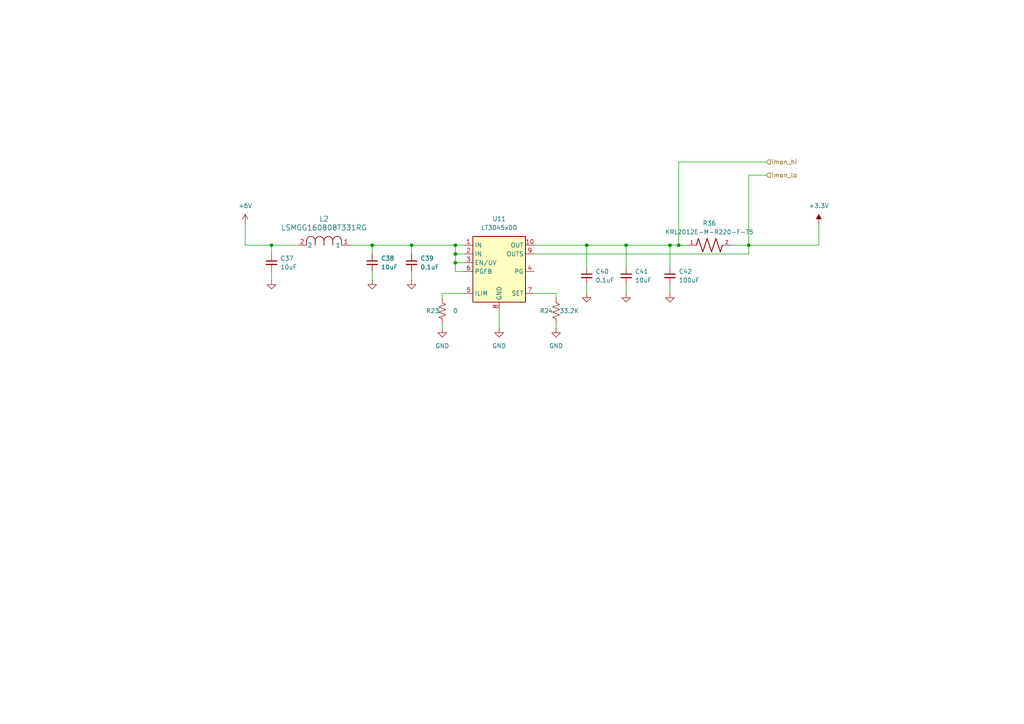
<source format=kicad_sch>
(kicad_sch (version 20250114) (generator "eeschema") (generator_version "9.0")
  (paper "A4")
  (lib_symbols
    (symbol "Device:C_Small" (pin_numbers (hide yes)) (pin_names (offset 0.254) (hide yes))
      (property "Reference" "C" (at 0.254 1.778 0))
      (property "Value" "C_Small" (at 0.254 -2.032 0))
      (symbol "C_Small_0_1"
        (polyline (pts (xy -1.524 0.508) (xy 1.524 0.508)) (stroke (width 0.3048)))
        (polyline (pts (xy -1.524 -0.508) (xy 1.524 -0.508)) (stroke (width 0.3302)))
      )
      (symbol "C_Small_1_1"
        (pin passive line (at 0 2.54 270) (length 2.032) (name "~") (number "1"))
        (pin passive line (at 0 -2.54 90) (length 2.032) (name "~") (number "2"))
      )
    )
    (symbol "Device:R_US" (pin_numbers (hide yes)) (pin_names (offset 0))
      (property "Reference" "R" (at 2.54 0 90))
      (property "Value" "R_US" (at -2.54 0 90))
      (symbol "R_US_0_1"
        (polyline (pts (xy 0 2.286) (xy 0 2.54)))
        (polyline (pts (xy 0 2.286) (xy 1.016 1.905) (xy 0 1.524) (xy -1.016 1.143) (xy 0 0.762)))
        (polyline (pts (xy 0 0.762) (xy 1.016 0.381) (xy 0 0) (xy -1.016 -0.381) (xy 0 -0.762)))
        (polyline (pts (xy 0 -0.762) (xy 1.016 -1.143) (xy 0 -1.524) (xy -1.016 -1.905) (xy 0 -2.286)))
        (polyline (pts (xy 0 -2.286) (xy 0 -2.54)))
      )
      (symbol "R_US_1_1"
        (pin passive line (at 0 3.81 270) (length 1.27) (name "~") (number "1"))
        (pin passive line (at 0 -3.81 90) (length 1.27) (name "~") (number "2"))
      )
    )
    (symbol "power:+6V" (power) (pin_numbers (hide yes)) (pin_names (offset 0) (hide yes))
      (property "Value" "+6V" (at 0 3.556 0))
      (symbol "+6V_0_1"
        (polyline (pts (xy -0.762 1.27) (xy 0 2.54)))
        (polyline (pts (xy 0 2.54) (xy 0.762 1.27)))
        (polyline (pts (xy 0 0) (xy 0 2.54)))
      )
      (symbol "+6V_1_1"
        (pin power_in line (at 0 0 90) (length 0) (name "~") (number "1"))
      )
    )
    (symbol "power:GND" (power) (pin_numbers (hide yes)) (pin_names (offset 0) (hide yes))
      (property "Value" "GND" (at 0 -3.81 0))
      (symbol "GND_0_1"
        (polyline (pts (xy 0 0) (xy 0 -1.27) (xy 1.27 -1.27) (xy 0 -2.54) (xy -1.27 -1.27) (xy 0 -1.27)))
      )
      (symbol "GND_1_1"
        (pin power_in line (at 0 0 270) (length 0) (name "~") (number "1"))
      )
    )
    (symbol "psc:+3.3V" (power) (pin_numbers (hide yes)) (pin_names (offset 0) (hide yes))
      (property "Value" "+3.3V" (at 0 3.556 0))
      (symbol "+3.3V_0_0"
        (pin power_in line (at 0 0 90) (length 0) (name "~") (number "1"))
      )
      (symbol "+3.3V_0_1"
        (polyline (pts (xy 0 0) (xy 0 1.27) (xy 0.762 1.27) (xy 0 2.54) (xy -0.762 1.27) (xy 0 1.27)) (fill (type outline)))
      )
    )
    (symbol "psc:KRL2012E-M-R220-F-T5" (pin_names (offset 1.016))
      (property "Reference" "R" (at -7.6244 2.5415 0))
      (property "Value" "KRL2012E-M-R220-F-T5" (at -10.414 -4.826 0))
      (symbol "KRL2012E-M-R220-F-T5_0_0"
        (polyline (pts (xy -5.08 0) (xy -4.445 1.905)) (stroke (width 0.254)))
        (polyline (pts (xy -4.445 1.905) (xy -3.175 -1.905)) (stroke (width 0.254)))
        (polyline (pts (xy -3.175 -1.905) (xy -1.905 1.905)) (stroke (width 0.254)))
        (polyline (pts (xy -1.905 1.905) (xy -0.635 -1.905)) (stroke (width 0.254)))
        (polyline (pts (xy -0.635 -1.905) (xy 0.635 1.905)) (stroke (width 0.254)))
        (polyline (pts (xy 0.635 1.905) (xy 1.905 -1.905)) (stroke (width 0.254)))
        (polyline (pts (xy 1.905 -1.905) (xy 2.54 0)) (stroke (width 0.254)))
      )
      (symbol "KRL2012E-M-R220-F-T5_1_0"
        (pin passive line (at -7.62 0 0) (length 2.54) (name "~") (number "1"))
        (pin passive line (at 5.08 0 180) (length 2.54) (name "~") (number "2"))
      )
    )
    (symbol "psc:LSMGG160808T331RG" (pin_names (offset 0.254))
      (property "Reference" "L" (at 6.985 5.08 0))
      (property "Value" "LSMGG160808T331RG" (at 6.985 -2.54 0))
      (symbol "LSMGG160808T331RG_1_1"
        (polyline (pts (xy 2.54 0) (xy 2.54 1.27)) (stroke (width 0.2032)))
        (arc (start 2.54 1.27) (mid 3.81 2.5344) (end 5.08 1.27) (stroke (width 0.2032)))
        (polyline (pts (xy 5.08 0) (xy 5.08 1.27)) (stroke (width 0.2032)))
        (arc (start 5.08 1.27) (mid 6.35 2.5344) (end 7.62 1.27) (stroke (width 0.2032)))
        (polyline (pts (xy 7.62 0) (xy 7.62 1.27)) (stroke (width 0.2032)))
        (arc (start 7.62 1.27) (mid 8.89 2.5344) (end 10.16 1.27) (stroke (width 0.2032)))
        (polyline (pts (xy 10.16 0) (xy 10.16 1.27)) (stroke (width 0.2032)))
        (arc (start 10.16 1.27) (mid 11.43 2.5344) (end 12.7 1.27) (stroke (width 0.2032)))
        (polyline (pts (xy 12.7 0) (xy 12.7 1.27)) (stroke (width 0.2032)))
        (pin unspecified line (at 0 0 0) (length 2.54) (name "2") (number "2"))
        (pin unspecified line (at 15.24 0 180) (length 2.54) (name "1") (number "1"))
      )
      (symbol "LSMGG160808T331RG_1_2"
        (arc (start -1.27 10.16) (mid -2.5344 11.43) (end -1.27 12.7) (stroke (width 0.2032)))
        (arc (start -1.27 7.62) (mid -2.5344 8.89) (end -1.27 10.16) (stroke (width 0.2032)))
        (arc (start -1.27 5.08) (mid -2.5344 6.35) (end -1.27 7.62) (stroke (width 0.2032)))
        (arc (start -1.27 2.54) (mid -2.5344 3.81) (end -1.27 5.08) (stroke (width 0.2032)))
        (polyline (pts (xy 0 12.7) (xy -1.27 12.7)) (stroke (width 0.2032)))
        (polyline (pts (xy 0 10.16) (xy -1.27 10.16)) (stroke (width 0.2032)))
        (polyline (pts (xy 0 7.62) (xy -1.27 7.62)) (stroke (width 0.2032)))
        (polyline (pts (xy 0 5.08) (xy -1.27 5.08)) (stroke (width 0.2032)))
        (polyline (pts (xy 0 2.54) (xy -1.27 2.54)) (stroke (width 0.2032)))
        (pin unspecified line (at 0 15.24 270) (length 2.54) (name "1") (number "1"))
        (pin unspecified line (at 0 0 90) (length 2.54) (name "2") (number "2"))
      )
    )
    (symbol "psc:LT3045xDD"
      (property "Reference" "U" (at -6.35 6.35 0))
      (property "Value" "LT3045xDD" (at 1.27 6.35 0))
      (symbol "LT3045xDD_0_1"
        (rectangle (start -7.62 5.08) (end 7.62 -13.97) (stroke (width 0.254)) (fill (type background)))
      )
      (symbol "LT3045xDD_1_1"
        (pin power_in line (at -10.16 2.54 0) (length 2.54) (name "IN") (number "1"))
        (pin passive line (at -10.16 2.54 0) (length 2.54) (hide yes) (name "IN") (number "2"))
        (pin power_in line (at -10.16 0 0) (length 2.54) (name "IN") (number "2"))
        (pin input line (at -10.16 -2.54 0) (length 2.54) (name "EN/UV") (number "3"))
        (pin input line (at -10.16 -5.08 0) (length 2.54) (name "PGFB") (number "6"))
        (pin passive line (at -10.16 -11.43 0) (length 2.54) (name "ILIM") (number "5"))
        (pin passive line (at 0 -16.51 90) (length 2.54) (hide yes) (name "GND") (number "11"))
        (pin power_in line (at 0 -16.51 90) (length 2.54) (name "GND") (number "8"))
        (pin power_out line (at 10.16 2.54 180) (length 2.54) (name "OUT") (number "10"))
        (pin input line (at 10.16 0 180) (length 2.54) (name "OUTS") (number "9"))
        (pin open_collector line (at 10.16 -5.08 180) (length 2.54) (name "PG") (number "4"))
        (pin passive line (at 10.16 -11.43 180) (length 2.54) (name "SET") (number "7"))
      )
    )
  )
  (junction (at 196.85 71.12))
  (junction (at 194.31 71.12))
  (junction (at 170.18 71.12))
  (junction (at 181.61 71.12))
  (junction (at 217.17 71.12))
  (junction (at 132.08 76.2))
  (junction (at 119.38 71.12))
  (junction (at 132.08 73.66))
  (junction (at 107.95 71.12))
  (junction (at 78.74 71.12))
  (junction (at 132.08 71.12))
  (wire (pts (xy 181.61 71.12) (xy 194.31 71.12)))
  (wire (pts (xy 119.38 71.12) (xy 132.08 71.12)))
  (wire (pts (xy 196.85 71.12) (xy 199.39 71.12)))
  (wire (pts (xy 132.08 78.74) (xy 132.08 76.2)))
  (wire (pts (xy 154.94 85.09) (xy 161.29 85.09)))
  (wire (pts (xy 194.31 85.09) (xy 194.31 82.55)))
  (wire (pts (xy 71.12 64.77) (xy 71.12 71.12)))
  (wire (pts (xy 154.94 73.66) (xy 217.17 73.66)))
  (wire (pts (xy 128.27 95.25) (xy 128.27 93.98)))
  (wire (pts (xy 101.6 71.12) (xy 107.95 71.12)))
  (wire (pts (xy 194.31 71.12) (xy 196.85 71.12)))
  (wire (pts (xy 71.12 71.12) (xy 78.74 71.12)))
  (wire (pts (xy 134.62 76.2) (xy 132.08 76.2)))
  (wire (pts (xy 222.25 46.99) (xy 196.85 46.99)))
  (wire (pts (xy 217.17 50.8) (xy 217.17 71.12)))
  (wire (pts (xy 170.18 71.12) (xy 170.18 77.47)))
  (wire (pts (xy 119.38 81.28) (xy 119.38 78.74)))
  (wire (pts (xy 78.74 81.28) (xy 78.74 78.74)))
  (wire (pts (xy 107.95 81.28) (xy 107.95 78.74)))
  (wire (pts (xy 132.08 71.12) (xy 134.62 71.12)))
  (wire (pts (xy 128.27 85.09) (xy 128.27 86.36)))
  (wire (pts (xy 107.95 71.12) (xy 119.38 71.12)))
  (wire (pts (xy 181.61 71.12) (xy 181.61 77.47)))
  (wire (pts (xy 196.85 46.99) (xy 196.85 71.12)))
  (wire (pts (xy 194.31 71.12) (xy 194.31 77.47)))
  (wire (pts (xy 161.29 95.25) (xy 161.29 93.98)))
  (wire (pts (xy 217.17 71.12) (xy 237.49 71.12)))
  (wire (pts (xy 181.61 85.09) (xy 181.61 82.55)))
  (wire (pts (xy 222.25 50.8) (xy 217.17 50.8)))
  (wire (pts (xy 107.95 71.12) (xy 107.95 73.66)))
  (wire (pts (xy 217.17 71.12) (xy 212.09 71.12)))
  (wire (pts (xy 144.78 90.17) (xy 144.78 95.25)))
  (wire (pts (xy 161.29 86.36) (xy 161.29 85.09)))
  (wire (pts (xy 134.62 73.66) (xy 132.08 73.66)))
  (wire (pts (xy 119.38 73.66) (xy 119.38 71.12)))
  (wire (pts (xy 237.49 64.77) (xy 237.49 71.12)))
  (wire (pts (xy 78.74 71.12) (xy 78.74 73.66)))
  (wire (pts (xy 154.94 71.12) (xy 170.18 71.12)))
  (wire (pts (xy 132.08 76.2) (xy 132.08 73.66)))
  (wire (pts (xy 132.08 73.66) (xy 132.08 71.12)))
  (wire (pts (xy 134.62 78.74) (xy 132.08 78.74)))
  (wire (pts (xy 170.18 71.12) (xy 181.61 71.12)))
  (wire (pts (xy 78.74 71.12) (xy 86.36 71.12)))
  (wire (pts (xy 134.62 85.09) (xy 128.27 85.09)))
  (wire (pts (xy 170.18 85.09) (xy 170.18 82.55)))
  (wire (pts (xy 217.17 73.66) (xy 217.17 71.12)))
  (hierarchical_label "imon_lo" (shape input) (at 222.25 50.8 0))
  (hierarchical_label "imon_hi" (shape input) (at 222.25 46.99 0))
  (symbol (lib_id "power:GND") (at 181.61 85.09 0) (unit 1)
    (property "Reference" "#PWR097" (effects (hide yes)))
    (property "Value" "GND" (effects (hide yes)))
    (property "Description" "Power symbol creates a global label with name \"GND\" , ground" (effects (hide yes)))
  )
  (symbol (lib_id "psc:+3.3V") (at 237.49 64.77 0) (unit 1)
    (property "Reference" "#PWR099" (effects (hide yes)))
    (property "Value" "+3.3V" (at 237.49 59.69 0))
    (property "Description" "Power symbol creates a global label with name \"-15V\"" (effects (hide yes)))
  )
  (symbol (lib_id "power:GND") (at 78.74 81.28 0) (unit 1)
    (property "Reference" "#PWR090" (effects (hide yes)))
    (property "Value" "GND" (effects (hide yes)))
    (property "Description" "Power symbol creates a global label with name \"GND\" , ground" (effects (hide yes)))
  )
  (symbol (lib_id "Device:R_US") (at 128.27 90.17 0) (unit 1)
    (property "Reference" "R23" (at 125.476 90.17 0))
    (property "Value" "0" (at 132.08 90.17 0))
    (property "Footprint" "Resistor_SMD:R_0402_1005Metric" (effects (hide yes)))
    (property "Description" "Resistor, US symbol" (effects (hide yes)))
    (property "Tolerance" "1%" (effects (hide yes)))
  )
  (symbol (lib_id "Device:C_Small") (at 78.74 76.2 0) (unit 1)
    (property "Reference" "C37" (at 81.28 74.9362 0) (effects (justify left)))
    (property "Value" "10uF" (at 81.28 77.4762 0) (effects (justify left)))
    (property "Footprint" "Capacitor_SMD:C_0603_1608Metric" (effects (hide yes)))
    (property "Description" "Unpolarized capacitor, small symbol" (effects (hide yes)))
    (property "Voltage" "25V" (effects (hide yes)))
  )
  (symbol (lib_id "Device:C_Small") (at 119.38 76.2 0) (unit 1)
    (property "Reference" "C39" (at 121.92 74.9362 0) (effects (justify left)))
    (property "Value" "0.1uF" (at 121.92 77.4762 0) (effects (justify left)))
    (property "Footprint" "Capacitor_SMD:C_0402_1005Metric" (effects (hide yes)))
    (property "Description" "Unpolarized capacitor, small symbol" (effects (hide yes)))
  )
  (symbol (lib_id "power:GND") (at 119.38 81.28 0) (unit 1)
    (property "Reference" "#PWR092" (effects (hide yes)))
    (property "Value" "GND" (effects (hide yes)))
    (property "Description" "Power symbol creates a global label with name \"GND\" , ground" (effects (hide yes)))
  )
  (symbol (lib_id "Device:C_Small") (at 194.31 80.01 0) (unit 1)
    (property "Reference" "C42" (at 196.85 78.7462 0) (effects (justify left)))
    (property "Value" "100uF" (at 196.85 81.2862 0) (effects (justify left)))
    (property "Footprint" "Capacitor_SMD:C_1206_3216Metric" (effects (hide yes)))
    (property "Description" "Unpolarized capacitor, small symbol" (effects (hide yes)))
    (property "Voltage" "10V" (effects (hide yes)))
  )
  (symbol (lib_id "Device:R_US") (at 161.29 90.17 0) (unit 1)
    (property "Reference" "R24" (at 158.496 90.17 0))
    (property "Value" "33.2K" (at 165.1 90.17 0))
    (property "Footprint" "Resistor_SMD:R_0402_1005Metric" (effects (hide yes)))
    (property "Description" "Resistor, US symbol" (effects (hide yes)))
    (property "Tolerance" "1%" (effects (hide yes)))
  )
  (symbol (lib_id "power:GND") (at 170.18 85.09 0) (unit 1)
    (property "Reference" "#PWR096" (effects (hide yes)))
    (property "Value" "GND" (effects (hide yes)))
    (property "Description" "Power symbol creates a global label with name \"GND\" , ground" (effects (hide yes)))
  )
  (symbol (lib_id "power:GND") (at 161.29 95.25 0) (unit 1)
    (property "Reference" "#PWR095" (effects (hide yes)))
    (property "Value" "GND" (at 161.29 100.33 0))
    (property "Description" "Power symbol creates a global label with name \"GND\" , ground" (effects (hide yes)))
  )
  (symbol (lib_id "power:GND") (at 107.95 81.28 0) (unit 1)
    (property "Reference" "#PWR091" (effects (hide yes)))
    (property "Value" "GND" (effects (hide yes)))
    (property "Description" "Power symbol creates a global label with name \"GND\" , ground" (effects (hide yes)))
  )
  (symbol (lib_id "Device:C_Small") (at 107.95 76.2 0) (unit 1)
    (property "Reference" "C38" (at 110.49 74.9362 0) (effects (justify left)))
    (property "Value" "10uF" (at 110.49 77.4762 0) (effects (justify left)))
    (property "Footprint" "Capacitor_SMD:C_0603_1608Metric" (effects (hide yes)))
    (property "Description" "Unpolarized capacitor, small symbol" (effects (hide yes)))
    (property "Voltage" "25V" (effects (hide yes)))
  )
  (symbol (lib_id "power:GND") (at 128.27 95.25 0) (unit 1)
    (property "Reference" "#PWR093" (effects (hide yes)))
    (property "Value" "GND" (at 128.27 100.33 0))
    (property "Description" "Power symbol creates a global label with name \"GND\" , ground" (effects (hide yes)))
  )
  (symbol (lib_id "psc:KRL2012E-M-R220-F-T5") (at 207.01 71.12 0) (unit 1)
    (property "Reference" "R36" (at 205.74 64.77 0))
    (property "Value" "KRL2012E-M-R220-F-T5" (at 205.74 67.31 0))
    (property "Footprint" "myparts:RESC1220X70N" (effects (hide yes)))
  )
  (symbol (lib_id "power:GND") (at 194.31 85.09 0) (unit 1)
    (property "Reference" "#PWR098" (effects (hide yes)))
    (property "Value" "GND" (effects (hide yes)))
    (property "Description" "Power symbol creates a global label with name \"GND\" , ground" (effects (hide yes)))
  )
  (symbol (lib_id "Device:C_Small") (at 170.18 80.01 0) (unit 1)
    (property "Reference" "C40" (at 172.72 78.7462 0) (effects (justify left)))
    (property "Value" "0.1uF" (at 172.72 81.2862 0) (effects (justify left)))
    (property "Footprint" "Capacitor_SMD:C_0402_1005Metric" (effects (hide yes)))
    (property "Description" "Unpolarized capacitor, small symbol" (effects (hide yes)))
  )
  (symbol (lib_id "power:GND") (at 144.78 95.25 0) (unit 1)
    (property "Reference" "#PWR094" (effects (hide yes)))
    (property "Value" "GND" (at 144.78 100.33 0))
    (property "Description" "Power symbol creates a global label with name \"GND\" , ground" (effects (hide yes)))
  )
  (symbol (lib_id "psc:LT3045xDD") (at 144.78 73.66 0) (unit 1)
    (property "Reference" "U11" (at 144.78 63.5 0))
    (property "Value" "LT3045xDD" (at 144.78 66.04 0))
    (property "Footprint" "Package_DFN_QFN:DFN-10-1EP_3x3mm_P0.5mm_EP1.65x2.38mm" (effects (hide yes)))
    (property "Datasheet" "https://www.analog.com/media/en/technical-documentation/data-sheets/3045fa.pdf" (effects (hide yes)))
    (property "Description" "500mA, Adjustable, Ultralow Noise, Ultrahigh PSRR Linear Regulator, DFN-10" (effects (hide yes)))
  )
  (symbol (lib_id "Device:C_Small") (at 181.61 80.01 0) (unit 1)
    (property "Reference" "C41" (at 184.15 78.7462 0) (effects (justify left)))
    (property "Value" "10uF" (at 184.15 81.2862 0) (effects (justify left)))
    (property "Footprint" "Capacitor_SMD:C_0603_1608Metric" (effects (hide yes)))
    (property "Description" "Unpolarized capacitor, small symbol" (effects (hide yes)))
    (property "Voltage" "25V" (effects (hide yes)))
  )
  (symbol (lib_id "psc:LSMGG160808T331RG") (at 86.36 71.12 0) (unit 1)
    (property "Reference" "L2" (at 93.98 63.5 0) (effects (font (size 1.524 1.524))))
    (property "Value" "LSMGG160808T331RG" (at 93.98 66.04 0) (effects (font (size 1.524 1.524))))
    (property "Footprint" "myparts:IND_LSMG_160808_TAY" (effects (hide yes)))
    (property "Datasheet" "LSMGG160808T331RG" (effects (hide yes)))
  )
  (symbol (lib_id "power:+6V") (at 71.12 64.77 0) (unit 1)
    (property "Reference" "#PWR089" (effects (hide yes)))
    (property "Value" "+6V" (at 71.12 59.69 0))
    (property "Description" "Power symbol creates a global label with name \"+6V\"" (effects (hide yes)))
  )
)
</source>
